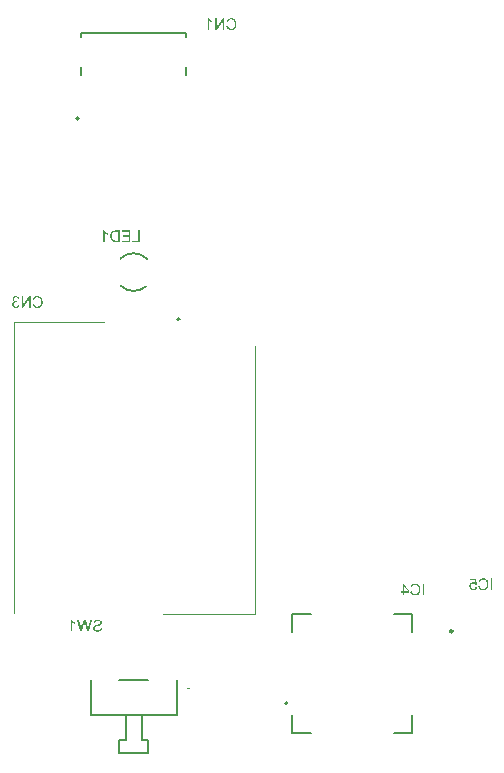
<source format=gbo>
G04*
G04 #@! TF.GenerationSoftware,Altium Limited,Altium Designer,20.0.13 (296)*
G04*
G04 Layer_Color=32896*
%FSTAX42Y42*%
%MOMM*%
G71*
G01*
G75*
%ADD10C,0.10*%
%ADD11C,0.20*%
%ADD78C,0.25*%
G36*
X012569Y009721D02*
X012557Y009719D01*
X012556Y009721D01*
X012555Y009722D01*
X012554Y009723D01*
X012553Y009724D01*
X012552Y009725D01*
X012551Y009726D01*
X01255Y009726D01*
X01255Y009726D01*
X012548Y009727D01*
X012546Y009728D01*
X012545Y009728D01*
X012543Y009729D01*
X012542Y009729D01*
X012541Y009729D01*
X012538D01*
X012536Y009729D01*
X012533Y009728D01*
X012531Y009727D01*
X012528Y009726D01*
X012527Y009725D01*
X012525Y009724D01*
X012525Y009723D01*
X012524Y009723D01*
Y009723D01*
X012523Y009721D01*
X012521Y009718D01*
X01252Y009715D01*
X012519Y009713D01*
X012519Y00971D01*
X012519Y009709D01*
Y009709D01*
X012519Y009708D01*
Y009707D01*
Y009707D01*
Y009707D01*
Y009705D01*
X012519Y009703D01*
X01252Y0097D01*
X012521Y009697D01*
X012522Y009694D01*
X012523Y009692D01*
X012524Y009691D01*
X012524Y00969D01*
X012524Y00969D01*
X012525Y00969D01*
X012525Y00969D01*
X012526Y009688D01*
X012527Y009687D01*
X01253Y009686D01*
X012532Y009685D01*
X012534Y009684D01*
X012536Y009683D01*
X012538Y009683D01*
X012539Y009683D01*
X012539D01*
X012542Y009683D01*
X012545Y009684D01*
X012547Y009684D01*
X012548Y009685D01*
X01255Y009686D01*
X012551Y009687D01*
X012552Y009687D01*
X012552Y009688D01*
X012554Y00969D01*
X012555Y009692D01*
X012556Y009694D01*
X012557Y009696D01*
X012557Y009698D01*
X012558Y0097D01*
X012558Y009701D01*
X012558Y009701D01*
Y009701D01*
Y009701D01*
X012571Y0097D01*
X01257Y009698D01*
X01257Y009696D01*
X012569Y009692D01*
X012567Y009689D01*
X012566Y009687D01*
X012566Y009686D01*
X012565Y009685D01*
X012564Y009683D01*
X012563Y009683D01*
X012563Y009682D01*
X012562Y009681D01*
X012562Y009681D01*
X012561Y009681D01*
X012561Y00968D01*
X01256Y009679D01*
X012558Y009678D01*
X012556Y009677D01*
X012554Y009676D01*
X012551Y009675D01*
X012547Y009674D01*
X012546Y009674D01*
X012544Y009674D01*
X012543Y009673D01*
X012542Y009673D01*
X012541Y009673D01*
X012539D01*
X012536Y009673D01*
X012534Y009674D01*
X012531Y009674D01*
X012529Y009675D01*
X012526Y009676D01*
X012524Y009677D01*
X012522Y009678D01*
X012521Y009679D01*
X012519Y00968D01*
X012518Y009681D01*
X012516Y009682D01*
X012515Y009683D01*
X012515Y009684D01*
X012514Y009684D01*
X012514Y009685D01*
X012514Y009685D01*
X012512Y009687D01*
X012511Y009689D01*
X01251Y009691D01*
X012509Y009693D01*
X012508Y009696D01*
X012507Y0097D01*
X012507Y009702D01*
X012506Y009703D01*
X012506Y009704D01*
X012506Y009706D01*
X012506Y009707D01*
Y009707D01*
Y009708D01*
Y009708D01*
X012506Y00971D01*
X012506Y009713D01*
X012507Y009715D01*
X012507Y009717D01*
X012508Y009719D01*
X012509Y009721D01*
X01251Y009723D01*
X01251Y009724D01*
X012511Y009726D01*
X012512Y009727D01*
X012513Y009728D01*
X012513Y009729D01*
X012514Y00973D01*
X012514Y00973D01*
X012515Y009731D01*
X012515Y009731D01*
X012517Y009732D01*
X012518Y009734D01*
X01252Y009735D01*
X012522Y009736D01*
X012524Y009737D01*
X012526Y009737D01*
X012529Y009738D01*
X012531Y009739D01*
X012532Y009739D01*
X012533Y009739D01*
X012534Y009739D01*
X012535Y00974D01*
X012538D01*
X01254Y009739D01*
X012543Y009739D01*
X012546Y009738D01*
X012549Y009736D01*
X012552Y009735D01*
X012553Y009735D01*
X012553Y009734D01*
X012554Y009734D01*
X012555Y009734D01*
X012555Y009734D01*
X012555Y009733D01*
X01255Y00976D01*
X012511D01*
Y009771D01*
X012559D01*
X012569Y009721D01*
D02*
G37*
G36*
X012627Y009774D02*
X012631Y009773D01*
X012635Y009772D01*
X012637Y009772D01*
X012639Y009771D01*
X01264Y009771D01*
X012642Y00977D01*
X012643Y00977D01*
X012644Y009769D01*
X012645Y009769D01*
X012645Y009768D01*
X012646Y009768D01*
X012646Y009768D01*
X01265Y009766D01*
X012653Y009763D01*
X012656Y00976D01*
X012658Y009757D01*
X01266Y009755D01*
X012661Y009754D01*
X012661Y009753D01*
X012662Y009752D01*
X012662Y009751D01*
X012662Y009751D01*
X012662Y009751D01*
X012664Y009746D01*
X012666Y009742D01*
X012667Y009737D01*
X012667Y009733D01*
X012668Y009732D01*
X012668Y00973D01*
X012668Y009728D01*
Y009727D01*
X012668Y009726D01*
Y009725D01*
Y009724D01*
Y009724D01*
X012668Y009719D01*
X012667Y009714D01*
X012666Y00971D01*
X012666Y009708D01*
X012665Y009706D01*
X012665Y009704D01*
X012664Y009703D01*
X012664Y009701D01*
X012664Y0097D01*
X012663Y009699D01*
X012663Y009699D01*
X012663Y009698D01*
Y009698D01*
X012661Y009694D01*
X012658Y00969D01*
X012656Y009687D01*
X012655Y009686D01*
X012653Y009684D01*
X012652Y009683D01*
X012651Y009682D01*
X01265Y009681D01*
X012649Y009681D01*
X012649Y00968D01*
X012648Y00968D01*
X012648Y00968D01*
X012648Y00968D01*
X012646Y009678D01*
X012644Y009677D01*
X01264Y009676D01*
X012635Y009675D01*
X012631Y009674D01*
X012629Y009674D01*
X012628Y009673D01*
X012626Y009673D01*
X012625D01*
X012624Y009673D01*
X012622D01*
X012619Y009673D01*
X012617Y009674D01*
X012614Y009674D01*
X012612Y009674D01*
X012609Y009675D01*
X012607Y009676D01*
X012605Y009677D01*
X012604Y009677D01*
X012602Y009678D01*
X0126Y009679D01*
X012599Y00968D01*
X012598Y00968D01*
X012598Y009681D01*
X012597Y009681D01*
X012597Y009681D01*
X012596Y009681D01*
X012594Y009683D01*
X012593Y009685D01*
X012591Y009687D01*
X01259Y009689D01*
X012587Y009693D01*
X012585Y009697D01*
X012584Y009699D01*
X012584Y0097D01*
X012583Y009702D01*
X012583Y009703D01*
X012582Y009704D01*
X012582Y009705D01*
X012582Y009706D01*
Y009706D01*
X012595Y009709D01*
X012595Y009707D01*
X012596Y009705D01*
X012597Y009703D01*
X012597Y009701D01*
X012598Y009699D01*
X012599Y009698D01*
X0126Y009696D01*
X012601Y009695D01*
X012602Y009694D01*
X012602Y009693D01*
X012603Y009692D01*
X012604Y009691D01*
X012604Y009691D01*
X012605Y009691D01*
X012605Y009691D01*
X012605Y00969D01*
X012606Y009689D01*
X012608Y009688D01*
X012611Y009687D01*
X012614Y009686D01*
X012617Y009685D01*
X01262Y009684D01*
X01262Y009684D01*
X012621D01*
X012622Y009684D01*
X012623D01*
X012627Y009684D01*
X01263Y009685D01*
X012632Y009686D01*
X012635Y009686D01*
X012637Y009687D01*
X012638Y009688D01*
X012639Y009688D01*
X012639Y009688D01*
X01264Y009689D01*
X01264Y009689D01*
X01264D01*
X012643Y009691D01*
X012645Y009693D01*
X012647Y009695D01*
X012648Y009697D01*
X01265Y009699D01*
X012651Y009701D01*
X012651Y009702D01*
X012651Y009702D01*
X012651Y009702D01*
Y009703D01*
X012652Y009706D01*
X012653Y00971D01*
X012654Y009714D01*
X012654Y009717D01*
X012654Y009719D01*
X012655Y00972D01*
Y009721D01*
X012655Y009722D01*
Y009723D01*
Y009724D01*
Y009724D01*
Y009724D01*
X012655Y009728D01*
X012654Y009731D01*
X012654Y009734D01*
X012653Y009737D01*
X012653Y00974D01*
X012652Y009741D01*
X012652Y009742D01*
X012652Y009742D01*
X012652Y009743D01*
X012652Y009743D01*
Y009743D01*
X01265Y009746D01*
X012649Y009749D01*
X012647Y009752D01*
X012645Y009754D01*
X012644Y009755D01*
X012642Y009757D01*
X012641Y009757D01*
X012641Y009758D01*
X012641D01*
X012638Y009759D01*
X012635Y009761D01*
X012632Y009762D01*
X012629Y009762D01*
X012626Y009763D01*
X012625Y009763D01*
X012624D01*
X012623Y009763D01*
X012622D01*
X012619Y009763D01*
X012616Y009762D01*
X012613Y009762D01*
X01261Y009761D01*
X012609Y00976D01*
X012607Y009759D01*
X012606Y009758D01*
X012606Y009758D01*
X012604Y009756D01*
X012602Y009754D01*
X0126Y009751D01*
X012599Y009749D01*
X012598Y009746D01*
X012597Y009745D01*
X012597Y009744D01*
X012597Y009744D01*
X012596Y009743D01*
X012596Y009743D01*
Y009743D01*
X012583Y009746D01*
X012584Y009748D01*
X012585Y00975D01*
X012586Y009753D01*
X012587Y009755D01*
X012588Y009756D01*
X01259Y009758D01*
X012591Y00976D01*
X012592Y009761D01*
X012593Y009762D01*
X012594Y009764D01*
X012595Y009765D01*
X012596Y009765D01*
X012596Y009766D01*
X012597Y009766D01*
X012597Y009766D01*
X012597Y009767D01*
X012599Y009768D01*
X012601Y009769D01*
X012603Y00977D01*
X012605Y009771D01*
X01261Y009772D01*
X012613Y009773D01*
X012615Y009774D01*
X012617Y009774D01*
X012618Y009774D01*
X01262Y009774D01*
X012621Y009774D01*
X012622D01*
X012627Y009774D01*
D02*
G37*
G36*
X0127Y009675D02*
X012687D01*
Y009772D01*
X0127D01*
Y009675D01*
D02*
G37*
G36*
X009143Y00942D02*
X009145Y009418D01*
X009147Y009416D01*
X009148Y009414D01*
X00915Y009412D01*
X009151Y009411D01*
X009152Y00941D01*
X009152Y00941D01*
X009152Y00941D01*
X009152Y009409D01*
X009155Y009407D01*
X009158Y009405D01*
X009161Y009403D01*
X009164Y009401D01*
X009166Y0094D01*
X009167Y009399D01*
X009168Y009399D01*
X009169Y009398D01*
X009169Y009398D01*
X00917Y009398D01*
X00917D01*
Y009387D01*
X009168Y009387D01*
X009166Y009388D01*
X009164Y009389D01*
X009162Y00939D01*
X00916Y009391D01*
X009158Y009392D01*
X009158Y009392D01*
X009158Y009393D01*
X009157D01*
X009155Y009394D01*
X009153Y009396D01*
X009151Y009397D01*
X009149Y009398D01*
X009148Y009399D01*
X009147Y0094D01*
X009146Y009401D01*
X009146Y009401D01*
Y009325D01*
X009134D01*
Y009423D01*
X009142D01*
X009143Y00942D01*
D02*
G37*
G36*
X009286Y009325D02*
X009273D01*
X009252Y009399D01*
X009252Y009401D01*
X009251Y009403D01*
X009251Y009405D01*
X00925Y009406D01*
X00925Y009408D01*
X00925Y009409D01*
X009249Y00941D01*
X009249Y00941D01*
Y00941D01*
X009249Y00941D01*
X009249Y009409D01*
X009249Y009408D01*
X009248Y009406D01*
X009247Y009404D01*
X009247Y009402D01*
X009247Y0094D01*
X009246Y0094D01*
X009246Y009399D01*
X009246Y009399D01*
Y009399D01*
X009226Y009325D01*
X009213D01*
X009186Y009422D01*
X009199D01*
X009215Y009359D01*
X009216Y009355D01*
X009217Y009351D01*
X009217Y009347D01*
X009218Y009344D01*
X009219Y009343D01*
X009219Y009342D01*
X009219Y009341D01*
X009219Y00934D01*
X009219Y009339D01*
Y009339D01*
X00922Y009338D01*
Y009338D01*
X009221Y009344D01*
X009222Y00935D01*
X009223Y009356D01*
X009224Y009359D01*
X009224Y009362D01*
X009225Y009364D01*
X009225Y009366D01*
X009226Y009368D01*
X009226Y00937D01*
X009227Y009371D01*
X009227Y009372D01*
X009227Y009373D01*
Y009373D01*
X009241Y009422D01*
X009257D01*
X009275Y009356D01*
X009275Y009356D01*
X009276Y009355D01*
X009276Y009354D01*
X009276Y009352D01*
X009277Y009351D01*
X009277Y009349D01*
X009278Y009346D01*
X009278Y009343D01*
X009279Y009342D01*
X009279Y009341D01*
X009279Y00934D01*
X00928Y009339D01*
X00928Y009338D01*
Y009338D01*
X00928Y009342D01*
X009281Y009345D01*
X009282Y009349D01*
X009283Y009352D01*
X009283Y009353D01*
X009283Y009355D01*
X009283Y009355D01*
X009284Y009356D01*
X009284Y009357D01*
X009284Y009358D01*
X009284Y009358D01*
Y009358D01*
X009298Y009422D01*
X009312D01*
X009286Y009325D01*
D02*
G37*
G36*
X009364Y009424D02*
X009367Y009423D01*
X00937Y009423D01*
X009373Y009422D01*
X009375Y009422D01*
X009376Y009421D01*
X009377Y009421D01*
X009377Y009421D01*
X009378Y009421D01*
X009378Y00942D01*
X009378D01*
X009381Y009419D01*
X009383Y009418D01*
X009386Y009416D01*
X009387Y009414D01*
X009389Y009413D01*
X00939Y009412D01*
X00939Y009411D01*
X00939Y009411D01*
Y009411D01*
X009392Y009408D01*
X009393Y009406D01*
X009393Y009403D01*
X009394Y009401D01*
X009394Y009399D01*
X009394Y009398D01*
Y009398D01*
Y009397D01*
Y009397D01*
Y009397D01*
X009394Y009394D01*
X009394Y009392D01*
X009393Y00939D01*
X009393Y009388D01*
X009392Y009387D01*
X009392Y009386D01*
X009391Y009385D01*
X009391Y009385D01*
X00939Y009383D01*
X009388Y009381D01*
X009386Y009379D01*
X009385Y009378D01*
X009383Y009377D01*
X009382Y009376D01*
X009381Y009376D01*
X009381Y009376D01*
X009381D01*
X00938Y009375D01*
X009378Y009374D01*
X009376Y009373D01*
X009372Y009372D01*
X009369Y009371D01*
X009366Y009371D01*
X009365Y00937D01*
X009364Y00937D01*
X009363Y00937D01*
X009362Y00937D01*
X009362Y009369D01*
X009362D01*
X00936Y009369D01*
X009357Y009368D01*
X009355Y009368D01*
X009354Y009367D01*
X009352Y009367D01*
X00935Y009366D01*
X009349Y009366D01*
X009348Y009366D01*
X009347Y009366D01*
X009347Y009365D01*
X009345Y009365D01*
X009345Y009365D01*
X009345Y009365D01*
X009342Y009364D01*
X009341Y009363D01*
X009339Y009362D01*
X009338Y009361D01*
X009337Y00936D01*
X009336Y00936D01*
X009336Y009359D01*
X009336Y009359D01*
X009335Y009358D01*
X009334Y009356D01*
X009334Y009355D01*
X009333Y009354D01*
X009333Y009353D01*
X009333Y009352D01*
Y009351D01*
Y009351D01*
X009333Y009349D01*
X009333Y009348D01*
X009334Y009346D01*
X009334Y009345D01*
X009335Y009344D01*
X009335Y009343D01*
X009336Y009343D01*
X009336Y009343D01*
X009337Y009341D01*
X009338Y00934D01*
X00934Y009339D01*
X009341Y009338D01*
X009342Y009338D01*
X009343Y009337D01*
X009344Y009337D01*
X009344Y009337D01*
X009346Y009336D01*
X009349Y009335D01*
X009351Y009335D01*
X009353Y009335D01*
X009355Y009335D01*
X009356Y009334D01*
X009357D01*
X00936Y009335D01*
X009363Y009335D01*
X009366Y009335D01*
X009368Y009336D01*
X00937Y009336D01*
X009371Y009337D01*
X009372Y009337D01*
X009372Y009337D01*
X009372Y009337D01*
X009372D01*
X009375Y009338D01*
X009377Y00934D01*
X009378Y009341D01*
X00938Y009342D01*
X009381Y009343D01*
X009382Y009344D01*
X009382Y009345D01*
X009382Y009345D01*
X009383Y009347D01*
X009384Y009349D01*
X009385Y009351D01*
X009385Y009353D01*
X009386Y009355D01*
X009386Y009356D01*
Y009356D01*
X009386Y009357D01*
Y009357D01*
Y009357D01*
X009398Y009356D01*
X009398Y009352D01*
X009397Y009349D01*
X009396Y009346D01*
X009395Y009343D01*
X009394Y009341D01*
X009394Y00934D01*
X009394Y00934D01*
X009393Y009339D01*
X009393Y009339D01*
X009393Y009338D01*
Y009338D01*
X009391Y009336D01*
X009389Y009333D01*
X009386Y009331D01*
X009384Y00933D01*
X009382Y009328D01*
X00938Y009327D01*
X00938Y009327D01*
X009379Y009327D01*
X009379Y009327D01*
X009379D01*
X009375Y009325D01*
X009372Y009324D01*
X009368Y009324D01*
X009364Y009323D01*
X009363Y009323D01*
X009361Y009323D01*
X00936D01*
X009359Y009323D01*
X009357D01*
X009353Y009323D01*
X009349Y009323D01*
X009346Y009324D01*
X009343Y009325D01*
X009341Y009325D01*
X00934Y009326D01*
X009339Y009326D01*
X009339Y009326D01*
X009338Y009327D01*
X009338Y009327D01*
X009338D01*
X009335Y009328D01*
X009332Y00933D01*
X00933Y009332D01*
X009328Y009334D01*
X009327Y009335D01*
X009326Y009336D01*
X009325Y009337D01*
X009325Y009337D01*
Y009337D01*
X009324Y00934D01*
X009322Y009343D01*
X009322Y009345D01*
X009321Y009347D01*
X009321Y009349D01*
X009321Y009351D01*
Y009351D01*
Y009352D01*
Y009352D01*
Y009352D01*
X009321Y009355D01*
X009321Y009357D01*
X009322Y00936D01*
X009323Y009362D01*
X009323Y009364D01*
X009324Y009365D01*
X009325Y009366D01*
X009325Y009366D01*
X009326Y009368D01*
X009328Y00937D01*
X00933Y009372D01*
X009333Y009373D01*
X009334Y009374D01*
X009336Y009375D01*
X009337Y009375D01*
X009337Y009376D01*
X009337Y009376D01*
X009337D01*
X009339Y009376D01*
X00934Y009377D01*
X009341Y009377D01*
X009343Y009378D01*
X009347Y009379D01*
X00935Y00938D01*
X009352Y00938D01*
X009354Y009381D01*
X009355Y009381D01*
X009356Y009381D01*
X009357Y009382D01*
X009358Y009382D01*
X009359Y009382D01*
X009359D01*
X009362Y009383D01*
X009364Y009383D01*
X009367Y009384D01*
X009369Y009385D01*
X00937Y009385D01*
X009372Y009386D01*
X009373Y009386D01*
X009375Y009387D01*
X009376Y009387D01*
X009376Y009388D01*
X009377Y009388D01*
X009378Y009388D01*
X009378Y009389D01*
X009378Y009389D01*
X00938Y00939D01*
X009381Y009392D01*
X009381Y009393D01*
X009382Y009395D01*
X009382Y009396D01*
X009382Y009397D01*
Y009397D01*
Y009398D01*
X009382Y0094D01*
X009381Y009402D01*
X00938Y009404D01*
X009379Y009405D01*
X009379Y009406D01*
X009378Y009407D01*
X009377Y009408D01*
X009377Y009408D01*
X009376Y009409D01*
X009375Y009409D01*
X009372Y00941D01*
X009369Y009411D01*
X009366Y009412D01*
X009364Y009412D01*
X009363Y009412D01*
X009362Y009412D01*
X00936D01*
X009356Y009412D01*
X009352Y009412D01*
X00935Y009411D01*
X009347Y00941D01*
X009345Y009409D01*
X009344Y009408D01*
X009343Y009408D01*
X009343Y009408D01*
X009341Y009406D01*
X009339Y009403D01*
X009338Y009401D01*
X009337Y009399D01*
X009337Y009397D01*
X009336Y009395D01*
X009336Y009395D01*
X009336Y009394D01*
Y009394D01*
Y009394D01*
X009324Y009395D01*
X009324Y009398D01*
X009325Y009401D01*
X009325Y009403D01*
X009326Y009406D01*
X009327Y009407D01*
X009328Y009409D01*
X009328Y009409D01*
X009328Y00941D01*
X009329Y00941D01*
Y00941D01*
X00933Y009412D01*
X009332Y009414D01*
X009334Y009416D01*
X009337Y009418D01*
X009338Y009419D01*
X00934Y00942D01*
X00934Y00942D01*
X009341Y00942D01*
X009341Y00942D01*
X009341D01*
X009344Y009421D01*
X009348Y009422D01*
X009351Y009423D01*
X009354Y009423D01*
X009356Y009424D01*
X009357D01*
X009358Y009424D01*
X00936D01*
X009364Y009424D01*
D02*
G37*
G36*
X009417Y012717D02*
X009419Y012715D01*
X009421Y012712D01*
X009422Y01271D01*
X009424Y012709D01*
X009425Y012707D01*
X009426Y012707D01*
X009426Y012706D01*
X009426Y012706D01*
X009426Y012706D01*
X009429Y012704D01*
X009432Y012701D01*
X009435Y012699D01*
X009438Y012698D01*
X00944Y012697D01*
X009441Y012696D01*
X009442Y012696D01*
X009443Y012695D01*
X009444Y012695D01*
X009444Y012695D01*
X009444D01*
Y012683D01*
X009442Y012684D01*
X00944Y012685D01*
X009438Y012686D01*
X009436Y012687D01*
X009434Y012688D01*
X009433Y012689D01*
X009432Y012689D01*
X009432Y012689D01*
X009431D01*
X009429Y012691D01*
X009427Y012692D01*
X009425Y012694D01*
X009423Y012695D01*
X009422Y012696D01*
X009421Y012697D01*
X00942Y012697D01*
X00942Y012698D01*
Y012621D01*
X009408D01*
Y012719D01*
X009416D01*
X009417Y012717D01*
D02*
G37*
G36*
X009714Y012621D02*
X009653D01*
Y012633D01*
X009701D01*
Y012719D01*
X009714D01*
Y012621D01*
D02*
G37*
G36*
X009637D02*
X009564D01*
Y012633D01*
X009624D01*
Y012666D01*
X00957D01*
Y012678D01*
X009624D01*
Y012707D01*
X009567D01*
Y012719D01*
X009637D01*
Y012621D01*
D02*
G37*
G36*
X009547D02*
X009511D01*
X009508Y012621D01*
X009505Y012622D01*
X009503Y012622D01*
X0095Y012622D01*
X009498Y012622D01*
X009497Y012623D01*
X009497Y012623D01*
X009496Y012623D01*
X009496D01*
X009493Y012624D01*
X009491Y012624D01*
X009489Y012625D01*
X009487Y012626D01*
X009486Y012627D01*
X009485Y012627D01*
X009484Y012628D01*
X009484Y012628D01*
X009482Y012629D01*
X009481Y012631D01*
X009479Y012632D01*
X009478Y012633D01*
X009477Y012635D01*
X009476Y012636D01*
X009475Y012636D01*
X009475Y012637D01*
X009474Y012639D01*
X009472Y012641D01*
X009471Y012644D01*
X00947Y012646D01*
X00947Y012648D01*
X009469Y012649D01*
X009469Y01265D01*
X009469Y01265D01*
X009469Y012651D01*
Y012651D01*
X009468Y012654D01*
X009467Y012657D01*
X009467Y012661D01*
X009466Y012664D01*
X009466Y012667D01*
Y012668D01*
X009466Y012669D01*
Y012669D01*
Y01267D01*
Y01267D01*
Y01267D01*
X009466Y012675D01*
X009466Y01268D01*
X009467Y012684D01*
X009467Y012685D01*
X009468Y012687D01*
X009468Y012689D01*
X009469Y01269D01*
X009469Y012691D01*
X009469Y012692D01*
X009469Y012693D01*
X00947Y012693D01*
X00947Y012694D01*
Y012694D01*
X009471Y012697D01*
X009473Y012701D01*
X009475Y012703D01*
X009477Y012706D01*
X009479Y012708D01*
X00948Y012709D01*
X009481Y01271D01*
X009481Y01271D01*
X009481Y01271D01*
X009481Y01271D01*
X009484Y012712D01*
X009486Y012714D01*
X009488Y012715D01*
X009491Y012716D01*
X009493Y012717D01*
X009494Y012717D01*
X009495Y012717D01*
X009495D01*
X009496Y012717D01*
X009496D01*
X009498Y012718D01*
X009501Y012718D01*
X009504Y012719D01*
X009507Y012719D01*
X009509Y012719D01*
X009547D01*
Y012621D01*
D02*
G37*
G36*
X01205Y009728D02*
X012055Y009727D01*
X012059Y009727D01*
X01206Y009726D01*
X012062Y009725D01*
X012064Y009725D01*
X012065Y009724D01*
X012066Y009724D01*
X012067Y009723D01*
X012068Y009723D01*
X012069Y009723D01*
X012069Y009723D01*
X012069Y009722D01*
X012073Y00972D01*
X012076Y009717D01*
X012079Y009714D01*
X012081Y009712D01*
X012083Y009709D01*
X012084Y009708D01*
X012085Y009707D01*
X012085Y009706D01*
X012085Y009706D01*
X012085Y009705D01*
X012086Y009705D01*
X012088Y009701D01*
X012089Y009696D01*
X01209Y009692D01*
X012091Y009688D01*
X012091Y009686D01*
X012091Y009684D01*
X012091Y009683D01*
Y009681D01*
X012091Y00968D01*
Y009679D01*
Y009679D01*
Y009679D01*
X012091Y009674D01*
X012091Y009669D01*
X01209Y009664D01*
X012089Y009662D01*
X012089Y00966D01*
X012088Y009659D01*
X012088Y009657D01*
X012087Y009656D01*
X012087Y009655D01*
X012087Y009654D01*
X012087Y009653D01*
X012086Y009653D01*
Y009652D01*
X012084Y009648D01*
X012082Y009644D01*
X012079Y009641D01*
X012078Y00964D01*
X012077Y009639D01*
X012076Y009637D01*
X012075Y009636D01*
X012074Y009636D01*
X012073Y009635D01*
X012072Y009634D01*
X012072Y009634D01*
X012071Y009634D01*
X012071Y009634D01*
X012069Y009633D01*
X012067Y009632D01*
X012063Y00963D01*
X012059Y009629D01*
X012055Y009628D01*
X012053Y009628D01*
X012051Y009628D01*
X01205Y009628D01*
X012048D01*
X012047Y009627D01*
X012046D01*
X012043Y009628D01*
X01204Y009628D01*
X012038Y009628D01*
X012035Y009629D01*
X012033Y009629D01*
X012031Y00963D01*
X012029Y009631D01*
X012027Y009632D01*
X012025Y009632D01*
X012024Y009633D01*
X012023Y009634D01*
X012022Y009634D01*
X012021Y009635D01*
X01202Y009635D01*
X01202Y009636D01*
X01202Y009636D01*
X012018Y009637D01*
X012016Y009639D01*
X012015Y009641D01*
X012013Y009643D01*
X012011Y009647D01*
X012009Y009651D01*
X012008Y009653D01*
X012007Y009655D01*
X012006Y009656D01*
X012006Y009657D01*
X012006Y009658D01*
X012005Y009659D01*
X012005Y00966D01*
Y00966D01*
X012018Y009663D01*
X012019Y009661D01*
X012019Y009659D01*
X01202Y009657D01*
X012021Y009655D01*
X012022Y009653D01*
X012022Y009652D01*
X012023Y009651D01*
X012024Y009649D01*
X012025Y009648D01*
X012026Y009647D01*
X012027Y009646D01*
X012027Y009646D01*
X012028Y009645D01*
X012028Y009645D01*
X012028Y009645D01*
X012028Y009645D01*
X01203Y009644D01*
X012031Y009643D01*
X012034Y009641D01*
X012037Y00964D01*
X01204Y009639D01*
X012043Y009639D01*
X012044Y009639D01*
X012045D01*
X012046Y009638D01*
X012047D01*
X01205Y009639D01*
X012053Y009639D01*
X012056Y00964D01*
X012058Y009641D01*
X01206Y009642D01*
X012061Y009642D01*
X012062Y009642D01*
X012063Y009643D01*
X012063Y009643D01*
X012063Y009643D01*
X012063D01*
X012066Y009645D01*
X012068Y009647D01*
X01207Y009649D01*
X012072Y009652D01*
X012073Y009654D01*
X012074Y009655D01*
X012074Y009656D01*
X012075Y009656D01*
X012075Y009657D01*
Y009657D01*
X012076Y009661D01*
X012077Y009664D01*
X012077Y009668D01*
X012078Y009671D01*
X012078Y009673D01*
X012078Y009674D01*
Y009676D01*
X012078Y009677D01*
Y009677D01*
Y009678D01*
Y009678D01*
Y009679D01*
X012078Y009682D01*
X012078Y009686D01*
X012077Y009689D01*
X012077Y009692D01*
X012076Y009694D01*
X012076Y009695D01*
X012076Y009696D01*
X012075Y009697D01*
X012075Y009697D01*
X012075Y009697D01*
Y009697D01*
X012074Y009701D01*
X012072Y009704D01*
X012071Y009706D01*
X012069Y009708D01*
X012067Y00971D01*
X012066Y009711D01*
X012065Y009712D01*
X012065Y009712D01*
X012065D01*
X012062Y009714D01*
X012058Y009715D01*
X012055Y009716D01*
X012052Y009717D01*
X01205Y009717D01*
X012049Y009717D01*
X012048D01*
X012047Y009717D01*
X012046D01*
X012042Y009717D01*
X012039Y009717D01*
X012036Y009716D01*
X012034Y009715D01*
X012032Y009714D01*
X012031Y009713D01*
X01203Y009713D01*
X01203Y009712D01*
X012027Y00971D01*
X012025Y009708D01*
X012023Y009705D01*
X012022Y009703D01*
X012021Y009701D01*
X012021Y009699D01*
X01202Y009699D01*
X01202Y009698D01*
X01202Y009697D01*
X01202Y009697D01*
Y009697D01*
X012007Y0097D01*
X012008Y009702D01*
X012009Y009705D01*
X01201Y009707D01*
X012011Y009709D01*
X012012Y009711D01*
X012013Y009712D01*
X012014Y009714D01*
X012015Y009716D01*
X012016Y009717D01*
X012017Y009718D01*
X012018Y009719D01*
X012019Y00972D01*
X01202Y00972D01*
X01202Y009721D01*
X012021Y009721D01*
X012021Y009721D01*
X012023Y009722D01*
X012025Y009723D01*
X012027Y009724D01*
X012029Y009725D01*
X012033Y009727D01*
X012037Y009727D01*
X012039Y009728D01*
X01204Y009728D01*
X012042Y009728D01*
X012043Y009728D01*
X012044Y009728D01*
X012045D01*
X01205Y009728D01*
D02*
G37*
G36*
X012123Y009629D02*
X01211D01*
Y009727D01*
X012123D01*
Y009629D01*
D02*
G37*
G36*
X011998Y009664D02*
Y009653D01*
X011956D01*
Y009629D01*
X011944D01*
Y009653D01*
X011931D01*
Y009664D01*
X011944D01*
Y009727D01*
X011954D01*
X011998Y009664D01*
D02*
G37*
G36*
X008671Y012162D02*
X008675Y012161D01*
X008679Y01216D01*
X008681Y012159D01*
X008683Y012158D01*
X008684Y012157D01*
X008685Y012157D01*
X008685Y012156D01*
X008686Y012156D01*
X008686Y012156D01*
X008687Y012155D01*
X008687Y012155D01*
X008689Y012153D01*
X008691Y01215D01*
X008693Y012147D01*
X008695Y012143D01*
X008695Y012141D01*
X008696Y01214D01*
X008696Y012139D01*
X008696Y012138D01*
X008696Y012137D01*
X008697Y012137D01*
Y012137D01*
X008685Y012135D01*
X008684Y012138D01*
X008683Y01214D01*
X008682Y012143D01*
X008681Y012144D01*
X00868Y012146D01*
X008679Y012147D01*
X008679Y012148D01*
X008679Y012148D01*
X008677Y012149D01*
X008675Y01215D01*
X008673Y012151D01*
X008671Y012151D01*
X008669Y012152D01*
X008668Y012152D01*
X008667D01*
X008665Y012152D01*
X008662Y012151D01*
X00866Y012151D01*
X008659Y01215D01*
X008657Y012149D01*
X008656Y012148D01*
X008656Y012148D01*
X008656Y012148D01*
X008654Y012146D01*
X008653Y012144D01*
X008652Y012142D01*
X008652Y012141D01*
X008651Y012139D01*
X008651Y012138D01*
Y012137D01*
Y012137D01*
Y012137D01*
Y012135D01*
X008651Y012134D01*
X008652Y012131D01*
X008653Y012129D01*
X008654Y012128D01*
X008655Y012126D01*
X008656Y012125D01*
X008657Y012125D01*
X008657Y012125D01*
X008657D01*
X00866Y012123D01*
X008662Y012122D01*
X008664Y012122D01*
X008666Y012121D01*
X008668Y012121D01*
X00867Y012121D01*
X008672D01*
X008672Y012121D01*
X008673D01*
X008674Y01211D01*
X008672Y012111D01*
X008671Y012111D01*
X008669Y012111D01*
X008668Y012111D01*
X008667Y012111D01*
X008666D01*
X008663Y012111D01*
X00866Y012111D01*
X008658Y01211D01*
X008656Y012109D01*
X008654Y012108D01*
X008653Y012107D01*
X008652Y012106D01*
X008652Y012106D01*
X00865Y012104D01*
X008649Y012102D01*
X008648Y012099D01*
X008647Y012097D01*
X008647Y012095D01*
X008647Y012094D01*
X008647Y012093D01*
Y012093D01*
Y012093D01*
Y012092D01*
X008647Y012089D01*
X008648Y012086D01*
X008648Y012084D01*
X00865Y012082D01*
X008651Y01208D01*
X008652Y012079D01*
X008652Y012078D01*
X008653Y012078D01*
X008655Y012076D01*
X008657Y012075D01*
X00866Y012074D01*
X008662Y012073D01*
X008664Y012072D01*
X008665Y012072D01*
X008666Y012072D01*
X008667D01*
X008669Y012072D01*
X008672Y012073D01*
X008674Y012074D01*
X008676Y012074D01*
X008677Y012075D01*
X008678Y012076D01*
X008679Y012076D01*
X008679Y012076D01*
X008681Y012078D01*
X008682Y012081D01*
X008683Y012083D01*
X008684Y012086D01*
X008685Y012088D01*
X008685Y012089D01*
X008685Y01209D01*
X008686Y01209D01*
X008686Y012091D01*
X008686Y012091D01*
Y012091D01*
X008698Y01209D01*
X008698Y012087D01*
X008697Y012085D01*
X008696Y012081D01*
X008694Y012078D01*
X008693Y012077D01*
X008693Y012075D01*
X008692Y012074D01*
X008691Y012073D01*
X00869Y012072D01*
X008689Y012071D01*
X008689Y012071D01*
X008689Y01207D01*
X008688Y01207D01*
X008688Y01207D01*
X008687Y012069D01*
X008685Y012067D01*
X008683Y012066D01*
X008681Y012065D01*
X008678Y012064D01*
X008674Y012063D01*
X008673Y012063D01*
X008671Y012063D01*
X00867Y012063D01*
X008669Y012062D01*
X008668Y012062D01*
X008667D01*
X008664Y012062D01*
X008662Y012063D01*
X008659Y012063D01*
X008657Y012064D01*
X008655Y012064D01*
X008653Y012065D01*
X008651Y012066D01*
X00865Y012067D01*
X008648Y012067D01*
X008647Y012068D01*
X008646Y012069D01*
X008645Y01207D01*
X008644Y01207D01*
X008644Y012071D01*
X008644Y012071D01*
X008643Y012071D01*
X008642Y012073D01*
X00864Y012075D01*
X008639Y012076D01*
X008638Y012078D01*
X008637Y01208D01*
X008636Y012082D01*
X008635Y012085D01*
X008635Y012087D01*
X008635Y012088D01*
X008634Y012089D01*
X008634Y012091D01*
X008634Y012091D01*
Y012092D01*
Y012093D01*
Y012093D01*
X008634Y012096D01*
X008635Y012099D01*
X008636Y012102D01*
X008636Y012104D01*
X008637Y012106D01*
X008638Y012107D01*
X008639Y012108D01*
X008639Y012108D01*
X008641Y012111D01*
X008643Y012112D01*
X008645Y012114D01*
X008647Y012115D01*
X008649Y012116D01*
X008651Y012116D01*
X008651Y012117D01*
X008652Y012117D01*
X008652Y012117D01*
X008652D01*
X00865Y012118D01*
X008648Y012119D01*
X008646Y012121D01*
X008645Y012122D01*
X008644Y012123D01*
X008643Y012124D01*
X008642Y012125D01*
X008642Y012125D01*
X008641Y012127D01*
X00864Y012129D01*
X00864Y012131D01*
X008639Y012133D01*
X008639Y012134D01*
X008639Y012135D01*
Y012136D01*
Y012137D01*
X008639Y012139D01*
X008639Y012141D01*
X00864Y012143D01*
X008641Y012145D01*
X008641Y012147D01*
X008642Y012148D01*
X008642Y012149D01*
X008642Y012149D01*
X008644Y012151D01*
X008646Y012153D01*
X008647Y012155D01*
X008649Y012156D01*
X00865Y012157D01*
X008652Y012158D01*
X008652Y012158D01*
X008653Y012158D01*
X008653D01*
X008655Y01216D01*
X008658Y01216D01*
X00866Y012161D01*
X008663Y012161D01*
X008664Y012162D01*
X008666Y012162D01*
X008669D01*
X008671Y012162D01*
D02*
G37*
G36*
X008792Y012064D02*
X008779D01*
Y01214D01*
X008728Y012064D01*
X008715D01*
Y012161D01*
X008727D01*
Y012085D01*
X008778Y012161D01*
X008792D01*
Y012064D01*
D02*
G37*
G36*
X008852Y012163D02*
X008857Y012162D01*
X008861Y012161D01*
X008863Y012161D01*
X008864Y01216D01*
X008866Y01216D01*
X008867Y012159D01*
X008868Y012159D01*
X00887Y012158D01*
X00887Y012158D01*
X008871Y012158D01*
X008871Y012157D01*
X008871Y012157D01*
X008875Y012155D01*
X008878Y012152D01*
X008881Y012149D01*
X008884Y012146D01*
X008885Y012144D01*
X008886Y012143D01*
X008887Y012142D01*
X008887Y012141D01*
X008888Y01214D01*
X008888Y01214D01*
X008888Y01214D01*
X00889Y012136D01*
X008891Y012131D01*
X008892Y012127D01*
X008893Y012122D01*
X008893Y012121D01*
X008893Y012119D01*
X008893Y012117D01*
Y012116D01*
X008894Y012115D01*
Y012114D01*
Y012114D01*
Y012113D01*
X008893Y012108D01*
X008893Y012103D01*
X008892Y012099D01*
X008892Y012097D01*
X008891Y012095D01*
X008891Y012093D01*
X00889Y012092D01*
X00889Y01209D01*
X008889Y012089D01*
X008889Y012088D01*
X008889Y012088D01*
X008889Y012087D01*
Y012087D01*
X008886Y012083D01*
X008884Y012079D01*
X008881Y012076D01*
X00888Y012075D01*
X008879Y012073D01*
X008878Y012072D01*
X008877Y012071D01*
X008876Y01207D01*
X008875Y01207D01*
X008874Y012069D01*
X008874Y012069D01*
X008874Y012069D01*
X008873Y012069D01*
X008871Y012067D01*
X00887Y012066D01*
X008865Y012065D01*
X008861Y012064D01*
X008857Y012063D01*
X008855Y012063D01*
X008853Y012063D01*
X008852Y012062D01*
X00885D01*
X008849Y012062D01*
X008848D01*
X008845Y012062D01*
X008842Y012063D01*
X00884Y012063D01*
X008837Y012064D01*
X008835Y012064D01*
X008833Y012065D01*
X008831Y012066D01*
X008829Y012066D01*
X008828Y012067D01*
X008826Y012068D01*
X008825Y012069D01*
X008824Y012069D01*
X008823Y01207D01*
X008822Y01207D01*
X008822Y01207D01*
X008822Y012071D01*
X00882Y012072D01*
X008818Y012074D01*
X008817Y012076D01*
X008815Y012078D01*
X008813Y012082D01*
X008811Y012086D01*
X00881Y012088D01*
X008809Y012089D01*
X008809Y012091D01*
X008808Y012092D01*
X008808Y012093D01*
X008807Y012094D01*
X008807Y012095D01*
Y012095D01*
X00882Y012098D01*
X008821Y012096D01*
X008822Y012094D01*
X008822Y012092D01*
X008823Y01209D01*
X008824Y012088D01*
X008825Y012087D01*
X008826Y012085D01*
X008827Y012084D01*
X008827Y012083D01*
X008828Y012082D01*
X008829Y012081D01*
X008829Y012081D01*
X00883Y01208D01*
X00883Y01208D01*
X00883Y01208D01*
X008831Y012079D01*
X008832Y012078D01*
X008834Y012077D01*
X008837Y012076D01*
X00884Y012075D01*
X008843Y012074D01*
X008845Y012074D01*
X008846Y012073D01*
X008847D01*
X008848Y012073D01*
X008849D01*
X008852Y012073D01*
X008855Y012074D01*
X008858Y012075D01*
X008861Y012075D01*
X008863Y012076D01*
X008863Y012077D01*
X008864Y012077D01*
X008865Y012077D01*
X008865Y012078D01*
X008865Y012078D01*
X008866D01*
X008868Y01208D01*
X008871Y012082D01*
X008872Y012084D01*
X008874Y012086D01*
X008875Y012088D01*
X008876Y01209D01*
X008876Y012091D01*
X008877Y012091D01*
X008877Y012092D01*
Y012092D01*
X008878Y012095D01*
X008879Y012099D01*
X00888Y012103D01*
X00888Y012106D01*
X00888Y012108D01*
X00888Y012109D01*
Y01211D01*
X00888Y012111D01*
Y012112D01*
Y012113D01*
Y012113D01*
Y012113D01*
X00888Y012117D01*
X00888Y01212D01*
X008879Y012124D01*
X008879Y012126D01*
X008878Y012129D01*
X008878Y01213D01*
X008878Y012131D01*
X008878Y012131D01*
X008878Y012132D01*
X008877Y012132D01*
Y012132D01*
X008876Y012135D01*
X008874Y012138D01*
X008873Y012141D01*
X008871Y012143D01*
X008869Y012145D01*
X008868Y012146D01*
X008867Y012146D01*
X008867Y012147D01*
X008867D01*
X008864Y012149D01*
X008861Y01215D01*
X008858Y012151D01*
X008855Y012151D01*
X008852Y012152D01*
X008851Y012152D01*
X00885D01*
X008849Y012152D01*
X008848D01*
X008844Y012152D01*
X008841Y012151D01*
X008839Y012151D01*
X008836Y01215D01*
X008834Y012149D01*
X008833Y012148D01*
X008832Y012148D01*
X008832Y012147D01*
X008829Y012145D01*
X008827Y012143D01*
X008826Y01214D01*
X008824Y012138D01*
X008823Y012135D01*
X008823Y012134D01*
X008822Y012133D01*
X008822Y012133D01*
X008822Y012132D01*
X008822Y012132D01*
Y012132D01*
X008809Y012135D01*
X00881Y012137D01*
X008811Y012139D01*
X008812Y012142D01*
X008813Y012144D01*
X008814Y012146D01*
X008815Y012147D01*
X008816Y012149D01*
X008817Y01215D01*
X008819Y012151D01*
X00882Y012153D01*
X008821Y012154D01*
X008821Y012154D01*
X008822Y012155D01*
X008823Y012155D01*
X008823Y012156D01*
X008823Y012156D01*
X008825Y012157D01*
X008827Y012158D01*
X008829Y012159D01*
X008831Y01216D01*
X008835Y012161D01*
X008839Y012162D01*
X008841Y012163D01*
X008842Y012163D01*
X008844Y012163D01*
X008845Y012163D01*
X008846Y012163D01*
X008848D01*
X008852Y012163D01*
D02*
G37*
G36*
X010302Y014513D02*
X010304Y014511D01*
X010306Y014508D01*
X010307Y014506D01*
X010309Y014505D01*
X01031Y014503D01*
X010311Y014503D01*
X010311Y014502D01*
X010311Y014502D01*
X010312Y014502D01*
X010315Y0145D01*
X010317Y014498D01*
X01032Y014496D01*
X010323Y014494D01*
X010326Y014493D01*
X010327Y014492D01*
X010327Y014492D01*
X010328Y014491D01*
X010329Y014491D01*
X010329Y014491D01*
X010329D01*
Y014479D01*
X010327Y01448D01*
X010325Y014481D01*
X010323Y014482D01*
X010321Y014483D01*
X010319Y014484D01*
X010318Y014485D01*
X010317Y014485D01*
X010317Y014485D01*
X010317D01*
X010314Y014487D01*
X010312Y014488D01*
X01031Y01449D01*
X010308Y014491D01*
X010307Y014492D01*
X010306Y014493D01*
X010305Y014493D01*
X010305Y014494D01*
Y014417D01*
X010293D01*
Y014515D01*
X010301D01*
X010302Y014513D01*
D02*
G37*
G36*
X010432Y014417D02*
X010419D01*
Y014494D01*
X010368Y014417D01*
X010355D01*
Y014515D01*
X010367D01*
Y014438D01*
X010419Y014515D01*
X010432D01*
Y014417D01*
D02*
G37*
G36*
X010493Y014516D02*
X010497Y014516D01*
X010501Y014515D01*
X010503Y014514D01*
X010505Y014514D01*
X010506Y014513D01*
X010508Y014512D01*
X010509Y014512D01*
X01051Y014512D01*
X01051Y014511D01*
X010511Y014511D01*
X010511Y014511D01*
X010512Y014511D01*
X010515Y014508D01*
X010519Y014505D01*
X010521Y014503D01*
X010524Y0145D01*
X010526Y014497D01*
X010526Y014496D01*
X010527Y014495D01*
X010528Y014494D01*
X010528Y014494D01*
X010528Y014493D01*
X010528Y014493D01*
X01053Y014489D01*
X010531Y014484D01*
X010532Y01448D01*
X010533Y014476D01*
X010533Y014474D01*
X010534Y014472D01*
X010534Y014471D01*
Y014469D01*
X010534Y014468D01*
Y014468D01*
Y014467D01*
Y014467D01*
X010534Y014462D01*
X010533Y014457D01*
X010532Y014452D01*
X010532Y01445D01*
X010531Y014448D01*
X010531Y014447D01*
X01053Y014445D01*
X01053Y014444D01*
X01053Y014443D01*
X010529Y014442D01*
X010529Y014441D01*
X010529Y014441D01*
Y014441D01*
X010527Y014436D01*
X010524Y014433D01*
X010522Y014429D01*
X01052Y014428D01*
X010519Y014427D01*
X010518Y014426D01*
X010517Y014425D01*
X010516Y014424D01*
X010515Y014423D01*
X010515Y014423D01*
X010514Y014422D01*
X010514Y014422D01*
X010514Y014422D01*
X010512Y014421D01*
X01051Y01442D01*
X010506Y014418D01*
X010501Y014417D01*
X010497Y014416D01*
X010495Y014416D01*
X010494Y014416D01*
X010492Y014416D01*
X010491D01*
X01049Y014416D01*
X010488D01*
X010485Y014416D01*
X010483Y014416D01*
X01048Y014416D01*
X010478Y014417D01*
X010475Y014418D01*
X010473Y014418D01*
X010471Y014419D01*
X010469Y01442D01*
X010468Y014421D01*
X010466Y014421D01*
X010465Y014422D01*
X010464Y014423D01*
X010463Y014423D01*
X010463Y014424D01*
X010462Y014424D01*
X010462Y014424D01*
X01046Y014426D01*
X010459Y014427D01*
X010457Y014429D01*
X010456Y014431D01*
X010453Y014435D01*
X010451Y014439D01*
X01045Y014441D01*
X010449Y014443D01*
X010449Y014444D01*
X010448Y014446D01*
X010448Y014447D01*
X010448Y014447D01*
X010448Y014448D01*
Y014448D01*
X010461Y014451D01*
X010461Y014449D01*
X010462Y014447D01*
X010463Y014445D01*
X010463Y014443D01*
X010464Y014442D01*
X010465Y01444D01*
X010466Y014439D01*
X010467Y014437D01*
X010467Y014436D01*
X010468Y014436D01*
X010469Y014435D01*
X01047Y014434D01*
X01047Y014434D01*
X010471Y014433D01*
X010471Y014433D01*
X010471Y014433D01*
X010472Y014432D01*
X010474Y014431D01*
X010477Y014429D01*
X01048Y014428D01*
X010483Y014427D01*
X010485Y014427D01*
X010486Y014427D01*
X010487D01*
X010488Y014427D01*
X010489D01*
X010492Y014427D01*
X010496Y014427D01*
X010498Y014428D01*
X010501Y014429D01*
X010503Y01443D01*
X010504Y01443D01*
X010504Y01443D01*
X010505Y014431D01*
X010505Y014431D01*
X010506Y014431D01*
X010506D01*
X010509Y014433D01*
X010511Y014435D01*
X010513Y014438D01*
X010514Y01444D01*
X010516Y014442D01*
X010516Y014444D01*
X010517Y014444D01*
X010517Y014445D01*
X010517Y014445D01*
Y014445D01*
X010518Y014449D01*
X010519Y014452D01*
X01052Y014456D01*
X01052Y014459D01*
X01052Y014461D01*
X01052Y014462D01*
Y014464D01*
X010521Y014465D01*
Y014466D01*
Y014466D01*
Y014467D01*
Y014467D01*
X01052Y01447D01*
X01052Y014474D01*
X01052Y014477D01*
X010519Y01448D01*
X010519Y014482D01*
X010518Y014483D01*
X010518Y014484D01*
X010518Y014485D01*
X010518Y014485D01*
X010518Y014485D01*
Y014486D01*
X010516Y014489D01*
X010515Y014492D01*
X010513Y014494D01*
X010511Y014496D01*
X01051Y014498D01*
X010508Y014499D01*
X010507Y0145D01*
X010507Y0145D01*
X010507D01*
X010504Y014502D01*
X010501Y014503D01*
X010498Y014504D01*
X010495Y014505D01*
X010492Y014505D01*
X010491Y014505D01*
X01049D01*
X010489Y014506D01*
X010488D01*
X010485Y014505D01*
X010481Y014505D01*
X010479Y014504D01*
X010476Y014503D01*
X010475Y014502D01*
X010473Y014501D01*
X010472Y014501D01*
X010472Y014501D01*
X01047Y014499D01*
X010468Y014496D01*
X010466Y014494D01*
X010465Y014491D01*
X010463Y014489D01*
X010463Y014488D01*
X010463Y014487D01*
X010462Y014486D01*
X010462Y014486D01*
X010462Y014485D01*
Y014485D01*
X010449Y014488D01*
X01045Y014491D01*
X010451Y014493D01*
X010452Y014495D01*
X010453Y014497D01*
X010454Y014499D01*
X010456Y014501D01*
X010457Y014502D01*
X010458Y014504D01*
X010459Y014505D01*
X01046Y014506D01*
X010461Y014507D01*
X010462Y014508D01*
X010462Y014508D01*
X010463Y014509D01*
X010463Y014509D01*
X010463Y014509D01*
X010465Y01451D01*
X010467Y014512D01*
X010469Y014513D01*
X010471Y014513D01*
X010476Y014515D01*
X010479Y014516D01*
X010481Y014516D01*
X010483Y014516D01*
X010484Y014516D01*
X010486Y014516D01*
X010487Y014517D01*
X010488D01*
X010493Y014516D01*
D02*
G37*
%LPC*%
G36*
X009534Y012707D02*
X009511D01*
X009509Y012707D01*
X009507D01*
X009506Y012707D01*
X009503Y012707D01*
X009501Y012706D01*
X009499Y012706D01*
X009498Y012705D01*
X009497Y012705D01*
X009497Y012705D01*
X009494Y012704D01*
X009492Y012702D01*
X009489Y0127D01*
X009488Y012699D01*
X009486Y012697D01*
X009485Y012696D01*
X009485Y012695D01*
X009485Y012695D01*
X009484Y012694D01*
Y012694D01*
X009483Y012693D01*
X009483Y012691D01*
X009481Y012687D01*
X00948Y012683D01*
X00948Y012679D01*
X00948Y012678D01*
X009479Y012676D01*
X009479Y012675D01*
Y012673D01*
X009479Y012672D01*
Y012671D01*
Y012671D01*
Y012671D01*
X009479Y012667D01*
X00948Y012663D01*
X00948Y01266D01*
X00948Y012657D01*
X009481Y012656D01*
X009481Y012655D01*
X009481Y012654D01*
X009481Y012653D01*
X009482Y012653D01*
X009482Y012652D01*
X009482Y012652D01*
Y012652D01*
X009483Y012649D01*
X009484Y012647D01*
X009485Y012645D01*
X009486Y012643D01*
X009487Y012641D01*
X009488Y01264D01*
X009489Y01264D01*
X009489Y01264D01*
X00949Y012638D01*
X009492Y012637D01*
X009493Y012637D01*
X009495Y012636D01*
X009496Y012635D01*
X009497Y012635D01*
X009498Y012635D01*
X009498Y012635D01*
X0095Y012634D01*
X009502Y012634D01*
X009505Y012633D01*
X009507Y012633D01*
X009509Y012633D01*
X00951Y012633D01*
X009534D01*
Y012707D01*
D02*
G37*
G36*
X011956Y009707D02*
Y009664D01*
X011987D01*
X011956Y009707D01*
D02*
G37*
%LPD*%
D10*
X009911Y012376D02*
G03*
X009911Y012366I0J-000005D01*
G01*
D02*
G03*
X009911Y012376I0J000005D01*
G01*
X010133Y008841D02*
G03*
X010124Y008841I-000005J0D01*
G01*
D02*
G03*
X010133Y008841I000005J0D01*
G01*
X008647Y009482D02*
Y011946D01*
X008958D01*
X009414D01*
X009914Y00947D02*
X010692D01*
Y011741D01*
D11*
X009199Y013666D02*
G03*
X009199Y013666I-00001J0D01*
G01*
X009778Y012478D02*
G03*
X009551Y01248I-000114J-000112D01*
G01*
X009552Y012252D02*
G03*
X009767Y012244I000112J000114D01*
G01*
X010054Y011966D02*
G03*
X010033Y011966I-00001J0D01*
G01*
D02*
G03*
X010054Y011966I00001J0D01*
G01*
X010954Y008706D02*
G03*
X010954Y008726I0J00001D01*
G01*
D02*
G03*
X010954Y008706I0J-00001D01*
G01*
X009217Y014355D02*
Y01439D01*
X010111D01*
Y014355D02*
Y01439D01*
X009217Y014031D02*
Y014099D01*
X010111Y014031D02*
Y014099D01*
X011008Y008461D02*
X011164D01*
X011008D02*
Y008616D01*
Y009471D02*
X011164D01*
X011008Y009316D02*
Y009471D01*
X011864D02*
X012018D01*
Y009316D02*
Y009471D01*
X011864Y008461D02*
X012018D01*
Y008616D01*
X009543Y008916D02*
X009783D01*
X009299Y008616D02*
Y008916D01*
Y008616D02*
X010029D01*
Y008916D01*
X009596Y008406D02*
Y008616D01*
X009543Y008406D02*
X009596D01*
X009543Y008291D02*
Y008406D01*
Y008291D02*
X009783D01*
Y008406D01*
X009731D02*
X009783D01*
X009731D02*
Y008616D01*
D78*
X012366Y009326D02*
G03*
X012366Y009326I-000012J0D01*
G01*
M02*

</source>
